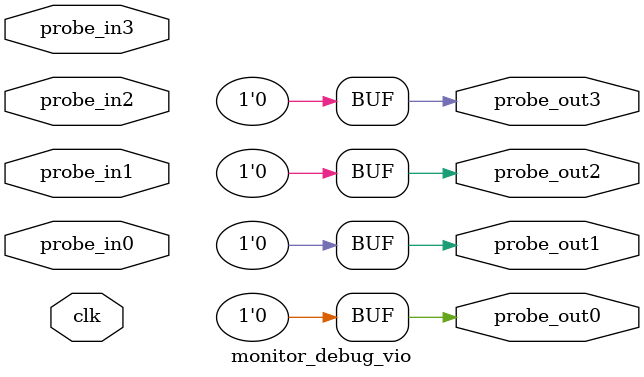
<source format=v>
`timescale 1ns / 1ps
module monitor_debug_vio (
clk,
probe_in0,probe_in1,probe_in2,probe_in3,
probe_out0,
probe_out1,
probe_out2,
probe_out3
);

input clk;
input [0 : 0] probe_in0;
input [0 : 0] probe_in1;
input [7 : 0] probe_in2;
input [7 : 0] probe_in3;

output reg [0 : 0] probe_out0 = 'h0 ;
output reg [0 : 0] probe_out1 = 'h0 ;
output reg [0 : 0] probe_out2 = 'h0 ;
output reg [0 : 0] probe_out3 = 'h0 ;


endmodule

</source>
